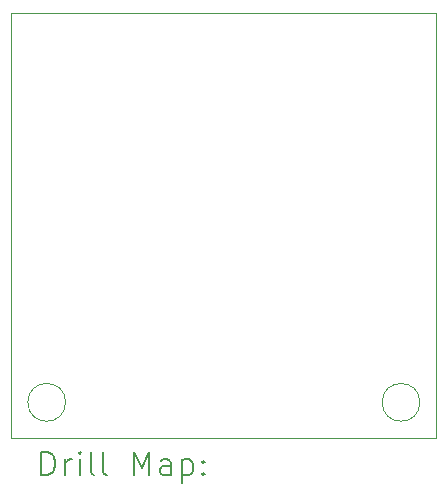
<source format=gbr>
%TF.GenerationSoftware,KiCad,Pcbnew,8.0.2-1*%
%TF.CreationDate,2024-08-05T19:22:28-04:00*%
%TF.ProjectId,3x3_6mSiPMs,3378335f-366d-4536-9950-4d732e6b6963,rev?*%
%TF.SameCoordinates,Original*%
%TF.FileFunction,Drillmap*%
%TF.FilePolarity,Positive*%
%FSLAX45Y45*%
G04 Gerber Fmt 4.5, Leading zero omitted, Abs format (unit mm)*
G04 Created by KiCad (PCBNEW 8.0.2-1) date 2024-08-05 19:22:28*
%MOMM*%
%LPD*%
G01*
G04 APERTURE LIST*
%ADD10C,0.100000*%
%ADD11C,0.200000*%
G04 APERTURE END LIST*
D10*
X8200000Y-3200000D02*
X11800000Y-3200000D01*
X11800000Y-6800000D01*
X8200000Y-6800000D01*
X8200000Y-3200000D01*
X11660000Y-6500000D02*
G75*
G02*
X11340000Y-6500000I-160000J0D01*
G01*
X11340000Y-6500000D02*
G75*
G02*
X11660000Y-6500000I160000J0D01*
G01*
X8660000Y-6500000D02*
G75*
G02*
X8340000Y-6500000I-160000J0D01*
G01*
X8340000Y-6500000D02*
G75*
G02*
X8660000Y-6500000I160000J0D01*
G01*
D11*
X8455777Y-7116484D02*
X8455777Y-6916484D01*
X8455777Y-6916484D02*
X8503396Y-6916484D01*
X8503396Y-6916484D02*
X8531967Y-6926008D01*
X8531967Y-6926008D02*
X8551015Y-6945055D01*
X8551015Y-6945055D02*
X8560539Y-6964103D01*
X8560539Y-6964103D02*
X8570063Y-7002198D01*
X8570063Y-7002198D02*
X8570063Y-7030769D01*
X8570063Y-7030769D02*
X8560539Y-7068865D01*
X8560539Y-7068865D02*
X8551015Y-7087912D01*
X8551015Y-7087912D02*
X8531967Y-7106960D01*
X8531967Y-7106960D02*
X8503396Y-7116484D01*
X8503396Y-7116484D02*
X8455777Y-7116484D01*
X8655777Y-7116484D02*
X8655777Y-6983150D01*
X8655777Y-7021246D02*
X8665301Y-7002198D01*
X8665301Y-7002198D02*
X8674824Y-6992674D01*
X8674824Y-6992674D02*
X8693872Y-6983150D01*
X8693872Y-6983150D02*
X8712920Y-6983150D01*
X8779586Y-7116484D02*
X8779586Y-6983150D01*
X8779586Y-6916484D02*
X8770063Y-6926008D01*
X8770063Y-6926008D02*
X8779586Y-6935531D01*
X8779586Y-6935531D02*
X8789110Y-6926008D01*
X8789110Y-6926008D02*
X8779586Y-6916484D01*
X8779586Y-6916484D02*
X8779586Y-6935531D01*
X8903396Y-7116484D02*
X8884348Y-7106960D01*
X8884348Y-7106960D02*
X8874824Y-7087912D01*
X8874824Y-7087912D02*
X8874824Y-6916484D01*
X9008158Y-7116484D02*
X8989110Y-7106960D01*
X8989110Y-7106960D02*
X8979586Y-7087912D01*
X8979586Y-7087912D02*
X8979586Y-6916484D01*
X9236729Y-7116484D02*
X9236729Y-6916484D01*
X9236729Y-6916484D02*
X9303396Y-7059341D01*
X9303396Y-7059341D02*
X9370063Y-6916484D01*
X9370063Y-6916484D02*
X9370063Y-7116484D01*
X9551015Y-7116484D02*
X9551015Y-7011722D01*
X9551015Y-7011722D02*
X9541491Y-6992674D01*
X9541491Y-6992674D02*
X9522444Y-6983150D01*
X9522444Y-6983150D02*
X9484348Y-6983150D01*
X9484348Y-6983150D02*
X9465301Y-6992674D01*
X9551015Y-7106960D02*
X9531967Y-7116484D01*
X9531967Y-7116484D02*
X9484348Y-7116484D01*
X9484348Y-7116484D02*
X9465301Y-7106960D01*
X9465301Y-7106960D02*
X9455777Y-7087912D01*
X9455777Y-7087912D02*
X9455777Y-7068865D01*
X9455777Y-7068865D02*
X9465301Y-7049817D01*
X9465301Y-7049817D02*
X9484348Y-7040293D01*
X9484348Y-7040293D02*
X9531967Y-7040293D01*
X9531967Y-7040293D02*
X9551015Y-7030769D01*
X9646253Y-6983150D02*
X9646253Y-7183150D01*
X9646253Y-6992674D02*
X9665301Y-6983150D01*
X9665301Y-6983150D02*
X9703396Y-6983150D01*
X9703396Y-6983150D02*
X9722444Y-6992674D01*
X9722444Y-6992674D02*
X9731967Y-7002198D01*
X9731967Y-7002198D02*
X9741491Y-7021246D01*
X9741491Y-7021246D02*
X9741491Y-7078388D01*
X9741491Y-7078388D02*
X9731967Y-7097436D01*
X9731967Y-7097436D02*
X9722444Y-7106960D01*
X9722444Y-7106960D02*
X9703396Y-7116484D01*
X9703396Y-7116484D02*
X9665301Y-7116484D01*
X9665301Y-7116484D02*
X9646253Y-7106960D01*
X9827205Y-7097436D02*
X9836729Y-7106960D01*
X9836729Y-7106960D02*
X9827205Y-7116484D01*
X9827205Y-7116484D02*
X9817682Y-7106960D01*
X9817682Y-7106960D02*
X9827205Y-7097436D01*
X9827205Y-7097436D02*
X9827205Y-7116484D01*
X9827205Y-6992674D02*
X9836729Y-7002198D01*
X9836729Y-7002198D02*
X9827205Y-7011722D01*
X9827205Y-7011722D02*
X9817682Y-7002198D01*
X9817682Y-7002198D02*
X9827205Y-6992674D01*
X9827205Y-6992674D02*
X9827205Y-7011722D01*
M02*

</source>
